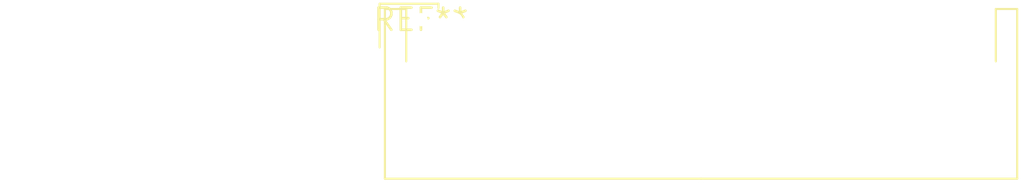
<source format=kicad_pcb>
(kicad_pcb (version 20240108) (generator pcbnew)
  (layers (0 "F.Cu" signal) (31 "B.Cu" signal) (34 "B.Paste" user) (35 "F.Paste" user) (36 "B.SilkS" user "B.Silkscreen") (37 "F.SilkS" user "F.Silkscreen") (38 "B.Mask" user) (39 "F.Mask" user) (44 "Edge.Cuts" user))
  (net 0 "")
  (footprint "JST_PHD_S34B-PHDSS_2x17_P2.00mm_Horizontal" (layer "F.Cu") (at 0 0)
    (property "Reference" "REF**")
    (property "Value" "JST_PHD_S34B-PHDSS_2x17_P2.00mm_Horizontal")
    (fp_line (start -2.36 -0.91) (end -2.36 1.59) (layer "F.SilkS") (stroke (width 0.12)))
    (fp_line (start -2.06 -0.61) (end -2.06 9.11) (layer "F.SilkS") (stroke (width 0.12)))
    (fp_line (start -2.06 9.11) (end 16 9.11) (layer "F.SilkS") (stroke (width 0.12)))
    (fp_line (start -0.84 -0.61) (end -2.06 -0.61) (layer "F.SilkS") (stroke (width 0.12)))
    (fp_line (start -0.84 2.39) (end -0.84 -0.61) (layer "F.SilkS") (stroke (width 0.12)))
    (fp_line (start 1 -0.91) (end -2.36 -0.91) (layer "F.SilkS") (stroke (width 0.12)))
    (fp_line (start 1 -0.66) (end 1 -0.91) (layer "F.SilkS") (stroke (width 0.12)))
    (fp_line (start 32.84 -0.61) (end 34.06 -0.61) (layer "F.SilkS") (stroke (width 0.12)))
    (fp_line (start 32.84 2.39) (end 32.84 -0.61) (layer "F.SilkS") (stroke (width 0.12)))
    (fp_line (start 34.06 -0.61) (end 34.06 9.11) (layer "F.SilkS") (stroke (width 0.12)))
    (fp_line (start 34.06 9.11) (end 16 9.11) (layer "F.SilkS") (stroke (width 0.12)))
    (pad "1" thru_hole roundrect (at 0 0) (size 1.2 1.2) (drill 0.75) (layers *.Cu *.Mask) (remove_unused_layers) (roundrect_rratio 0.208333))
    (pad "2" thru_hole circle (at 0 2) (size 1.2 1.2) (drill 0.75) (layers *.Cu *.Mask) (remove_unused_layers))
    (pad "3" thru_hole circle (at 2 0) (size 1.2 1.2) (drill 0.75) (layers *.Cu *.Mask) (remove_unused_layers))
    (pad "4" thru_hole circle (at 2 2) (size 1.2 1.2) (drill 0.75) (layers *.Cu *.Mask) (remove_unused_layers))
    (pad "5" thru_hole circle (at 4 0) (size 1.2 1.2) (drill 0.75) (layers *.Cu *.Mask) (remove_unused_layers))
    (pad "6" thru_hole circle (at 4 2) (size 1.2 1.2) (drill 0.75) (layers *.Cu *.Mask) (remove_unused_layers))
    (pad "7" thru_hole circle (at 6 0) (size 1.2 1.2) (drill 0.75) (layers *.Cu *.Mask) (remove_unused_layers))
    (pad "8" thru_hole circle (at 6 2) (size 1.2 1.2) (drill 0.75) (layers *.Cu *.Mask) (remove_unused_layers))
    (pad "9" thru_hole circle (at 8 0) (size 1.2 1.2) (drill 0.75) (layers *.Cu *.Mask) (remove_unused_layers))
    (pad "10" thru_hole circle (at 8 2) (size 1.2 1.2) (drill 0.75) (layers *.Cu *.Mask) (remove_unused_layers))
    (pad "11" thru_hole circle (at 10 0) (size 1.2 1.2) (drill 0.75) (layers *.Cu *.Mask) (remove_unused_layers))
    (pad "12" thru_hole circle (at 10 2) (size 1.2 1.2) (drill 0.75) (layers *.Cu *.Mask) (remove_unused_layers))
    (pad "13" thru_hole circle (at 12 0) (size 1.2 1.2) (drill 0.75) (layers *.Cu *.Mask) (remove_unused_layers))
    (pad "14" thru_hole circle (at 12 2) (size 1.2 1.2) (drill 0.75) (layers *.Cu *.Mask) (remove_unused_layers))
    (pad "15" thru_hole circle (at 14 0) (size 1.2 1.2) (drill 0.75) (layers *.Cu *.Mask) (remove_unused_layers))
    (pad "16" thru_hole circle (at 14 2) (size 1.2 1.2) (drill 0.75) (layers *.Cu *.Mask) (remove_unused_layers))
    (pad "17" thru_hole circle (at 16 0) (size 1.2 1.2) (drill 0.75) (layers *.Cu *.Mask) (remove_unused_layers))
    (pad "18" thru_hole circle (at 16 2) (size 1.2 1.2) (drill 0.75) (layers *.Cu *.Mask) (remove_unused_layers))
    (pad "19" thru_hole circle (at 18 0) (size 1.2 1.2) (drill 0.75) (layers *.Cu *.Mask) (remove_unused_layers))
    (pad "20" thru_hole circle (at 18 2) (size 1.2 1.2) (drill 0.75) (layers *.Cu *.Mask) (remove_unused_layers))
    (pad "21" thru_hole circle (at 20 0) (size 1.2 1.2) (drill 0.75) (layers *.Cu *.Mask) (remove_unused_layers))
    (pad "22" thru_hole circle (at 20 2) (size 1.2 1.2) (drill 0.75) (layers *.Cu *.Mask) (remove_unused_layers))
    (pad "23" thru_hole circle (at 22 0) (size 1.2 1.2) (drill 0.75) (layers *.Cu *.Mask) (remove_unused_layers))
    (pad "24" thru_hole circle (at 22 2) (size 1.2 1.2) (drill 0.75) (layers *.Cu *.Mask) (remove_unused_layers))
    (pad "25" thru_hole circle (at 24 0) (size 1.2 1.2) (drill 0.75) (layers *.Cu *.Mask) (remove_unused_layers))
    (pad "26" thru_hole circle (at 24 2) (size 1.2 1.2) (drill 0.75) (layers *.Cu *.Mask) (remove_unused_layers))
    (pad "27" thru_hole circle (at 26 0) (size 1.2 1.2) (drill 0.75) (layers *.Cu *.Mask) (remove_unused_layers))
    (pad "28" thru_hole circle (at 26 2) (size 1.2 1.2) (drill 0.75) (layers *.Cu *.Mask) (remove_unused_layers))
    (pad "29" thru_hole circle (at 28 0) (size 1.2 1.2) (drill 0.75) (layers *.Cu *.Mask) (remove_unused_layers))
    (pad "30" thru_hole circle (at 28 2) (size 1.2 1.2) (drill 0.75) (layers *.Cu *.Mask) (remove_unused_layers))
    (pad "31" thru_hole circle (at 30 0) (size 1.2 1.2) (drill 0.75) (layers *.Cu *.Mask) (remove_unused_layers))
    (pad "32" thru_hole circle (at 30 2) (size 1.2 1.2) (drill 0.75) (layers *.Cu *.Mask) (remove_unused_layers))
    (pad "33" thru_hole circle (at 32 0) (size 1.2 1.2) (drill 0.75) (layers *.Cu *.Mask) (remove_unused_layers))
    (pad "34" thru_hole circle (at 32 2) (size 1.2 1.2) (drill 0.75) (layers *.Cu *.Mask) (remove_unused_layers))
  )
)
</source>
